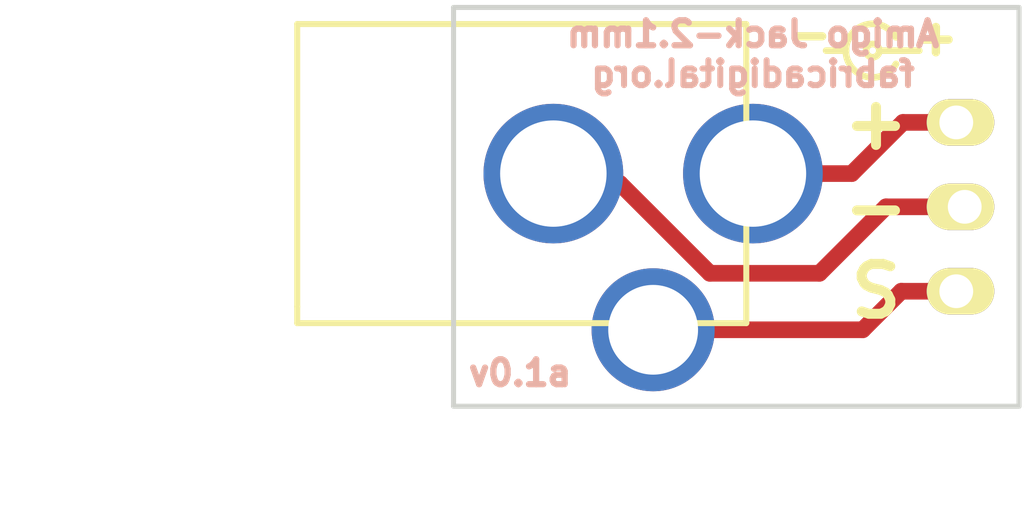
<source format=kicad_pcb>
(kicad_pcb (version 4) (host pcbnew 4.0.6-e0-6349~53~ubuntu16.04.1)

  (general
    (links 3)
    (no_connects 0)
    (area 133.150001 103.51 165.22 122.700001)
    (thickness 1.6)
    (drawings 18)
    (tracks 12)
    (zones 0)
    (modules 2)
    (nets 4)
  )

  (page A4)
  (layers
    (0 F.Cu signal)
    (31 B.Cu signal)
    (32 B.Adhes user)
    (33 F.Adhes user)
    (34 B.Paste user)
    (35 F.Paste user)
    (36 B.SilkS user)
    (37 F.SilkS user)
    (38 B.Mask user)
    (39 F.Mask user)
    (40 Dwgs.User user)
    (41 Cmts.User user)
    (42 Eco1.User user)
    (43 Eco2.User user)
    (44 Edge.Cuts user)
    (45 Margin user)
    (46 B.CrtYd user)
    (47 F.CrtYd user)
    (48 B.Fab user)
    (49 F.Fab user)
  )

  (setup
    (last_trace_width 0.25)
    (user_trace_width 0.25)
    (user_trace_width 0.5)
    (trace_clearance 0.2)
    (zone_clearance 0.508)
    (zone_45_only no)
    (trace_min 0.2)
    (segment_width 0.2)
    (edge_width 0.15)
    (via_size 0.6)
    (via_drill 0.4)
    (via_min_size 0.4)
    (via_min_drill 0.3)
    (uvia_size 0.3)
    (uvia_drill 0.1)
    (uvias_allowed no)
    (uvia_min_size 0.2)
    (uvia_min_drill 0.1)
    (pcb_text_width 0.3)
    (pcb_text_size 1.5 1.5)
    (mod_edge_width 0.15)
    (mod_text_size 1 1)
    (mod_text_width 0.15)
    (pad_size 1.524 1.524)
    (pad_drill 0.762)
    (pad_to_mask_clearance 0.2)
    (aux_axis_origin 147 117)
    (grid_origin 147 117)
    (visible_elements FFFFFF7F)
    (pcbplotparams
      (layerselection 0x010f0_80000001)
      (usegerberextensions true)
      (excludeedgelayer true)
      (linewidth 0.100000)
      (plotframeref false)
      (viasonmask false)
      (mode 1)
      (useauxorigin true)
      (hpglpennumber 1)
      (hpglpenspeed 20)
      (hpglpendiameter 15)
      (hpglpenoverlay 2)
      (psnegative false)
      (psa4output false)
      (plotreference true)
      (plotvalue false)
      (plotinvisibletext false)
      (padsonsilk false)
      (subtractmaskfromsilk false)
      (outputformat 1)
      (mirror false)
      (drillshape 0)
      (scaleselection 1)
      (outputdirectory fab))
  )

  (net 0 "")
  (net 1 /N)
  (net 2 /P)
  (net 3 /S)

  (net_class Default "This is the default net class."
    (clearance 0.2)
    (trace_width 0.25)
    (via_dia 0.6)
    (via_drill 0.4)
    (uvia_dia 0.3)
    (uvia_drill 0.1)
    (add_net /N)
    (add_net /P)
    (add_net /S)
  )

  (module cui:CUI_PJxxx_ROUND (layer F.Cu) (tedit 593E8D7B) (tstamp 593E8BFD)
    (at 142.3 110)
    (path /593E5FCC)
    (fp_text reference J1 (at 16 -4) (layer F.SilkS) hide
      (effects (font (size 1 1) (thickness 0.18)))
    )
    (fp_text value BARREL_JACK (at 7 -5.5) (layer F.Fab) hide
      (effects (font (size 1 1) (thickness 0.18)))
    )
    (fp_line (start 0 -4.5) (end 0 4) (layer F.SilkS) (width 0.18))
    (fp_line (start 0 4) (end 0 4.5) (layer F.SilkS) (width 0.18))
    (fp_line (start 0 -4.5) (end 13.5 -4.5) (layer F.SilkS) (width 0.18))
    (fp_line (start 13.5 -4.5) (end 13.5 4.5) (layer F.SilkS) (width 0.18))
    (fp_line (start 13.5 4.5) (end 0 4.5) (layer F.SilkS) (width 0.18))
    (pad 2 thru_hole circle (at 7.7 0) (size 4.2 4.2) (drill 3.2) (layers *.Cu *.Mask)
      (net 1 /N))
    (pad 1 thru_hole circle (at 13.7 0) (size 4.2 4.2) (drill 3.2) (layers *.Cu *.Mask)
      (net 2 /P))
    (pad 3 thru_hole circle (at 10.7 4.7) (size 3.7 3.7) (drill 2.7) (layers *.Cu *.Mask)
      (net 3 /S))
  )

  (module sneaky-headers:sneaky_header_01x03_str_2.54mm (layer F.Cu) (tedit 5697EE7A) (tstamp 593E8C04)
    (at 162.24 108.46 270)
    (path /593E6076)
    (fp_text reference P1 (at 2.54 1.905 270) (layer F.SilkS) hide
      (effects (font (size 1 1) (thickness 0.15)))
    )
    (fp_text value CONN_01X03 (at 2.54 -1.905 270) (layer F.Fab) hide
      (effects (font (size 1 1) (thickness 0.15)))
    )
    (pad 1 thru_hole oval (at 0 0.127 270) (size 1.397 2.032) (drill 1.016 (offset 0 -0.127)) (layers *.Cu *.Mask F.SilkS)
      (net 2 /P))
    (pad 2 thru_hole oval (at 2.54 -0.127 270) (size 1.397 2.032) (drill 1.016 (offset 0 0.127)) (layers *.Cu *.Mask F.SilkS)
      (net 1 /N))
    (pad 3 thru_hole oval (at 5.08 0.127 270) (size 1.397 2.032) (drill 1.016 (offset 0 -0.127)) (layers *.Cu *.Mask F.SilkS)
      (net 3 /S))
  )

  (gr_text v0.1a (at 149 116) (layer B.SilkS)
    (effects (font (size 0.75 0.75) (thickness 0.1875)))
  )
  (gr_text - (at 157.7 105.8) (layer F.SilkS)
    (effects (font (size 1 1) (thickness 0.25)))
  )
  (gr_text + (at 161.5 105.9) (layer F.SilkS)
    (effects (font (size 1 1) (thickness 0.25)))
  )
  (gr_line (start 158.8 106.3) (end 158.2 106.3) (layer F.SilkS) (width 0.2))
  (gr_line (start 159.8 106.3) (end 161 106.3) (layer F.SilkS) (width 0.2))
  (gr_arc (start 159.6 106.3) (end 160.3 106.7) (angle 300.5) (layer F.SilkS) (width 0.2))
  (gr_circle (center 159.6 106.3) (end 159.8 106.3) (layer F.SilkS) (width 0.2))
  (dimension 12 (width 0.3) (layer Cmts.User)
    (gr_text "12,000 mm" (at 139.65 111 90) (layer Cmts.User)
      (effects (font (size 1.5 1.5) (thickness 0.3)))
    )
    (feature1 (pts (xy 147 105) (xy 138.3 105)))
    (feature2 (pts (xy 147 117) (xy 138.3 117)))
    (crossbar (pts (xy 141 117) (xy 141 105)))
    (arrow1a (pts (xy 141 105) (xy 141.586421 106.126504)))
    (arrow1b (pts (xy 141 105) (xy 140.413579 106.126504)))
    (arrow2a (pts (xy 141 117) (xy 141.586421 115.873496)))
    (arrow2b (pts (xy 141 117) (xy 140.413579 115.873496)))
  )
  (dimension 17 (width 0.3) (layer Cmts.User)
    (gr_text "17,000 mm" (at 155.5 121.35) (layer Cmts.User)
      (effects (font (size 1.5 1.5) (thickness 0.3)))
    )
    (feature1 (pts (xy 164 117) (xy 164 122.7)))
    (feature2 (pts (xy 147 117) (xy 147 122.7)))
    (crossbar (pts (xy 147 120) (xy 164 120)))
    (arrow1a (pts (xy 164 120) (xy 162.873496 120.586421)))
    (arrow1b (pts (xy 164 120) (xy 162.873496 119.413579)))
    (arrow2a (pts (xy 147 120) (xy 148.126504 120.586421)))
    (arrow2b (pts (xy 147 120) (xy 148.126504 119.413579)))
  )
  (gr_text fabricadigital.org (at 156 107) (layer B.SilkS)
    (effects (font (size 0.75 0.75) (thickness 0.18)) (justify mirror))
  )
  (gr_text "Amigo Jack-2.1mm" (at 156 105.8) (layer B.SilkS)
    (effects (font (size 0.75 0.75) (thickness 0.1875)) (justify mirror))
  )
  (gr_line (start 147 117) (end 147 105) (layer Edge.Cuts) (width 0.15))
  (gr_line (start 164 117) (end 147 117) (layer Edge.Cuts) (width 0.15))
  (gr_line (start 164 105) (end 164 117) (layer Edge.Cuts) (width 0.15))
  (gr_line (start 164 105) (end 147 105) (layer Edge.Cuts) (width 0.15))
  (gr_text S (at 159.7 113.54) (layer F.SilkS)
    (effects (font (size 1.5 1.5) (thickness 0.3)))
  )
  (gr_text - (at 159.7 111) (layer F.SilkS)
    (effects (font (size 1.5 1.5) (thickness 0.3)))
  )
  (gr_text + (at 159.7 108.46) (layer F.SilkS)
    (effects (font (size 1.5 1.5) (thickness 0.3)))
  )

  (segment (start 162.367 111) (end 160 111) (width 0.5) (layer F.Cu) (net 1))
  (segment (start 160 111) (end 158 113) (width 0.5) (layer F.Cu) (net 1))
  (segment (start 158 113) (end 154.704002 113) (width 0.5) (layer F.Cu) (net 1))
  (segment (start 154.704002 113) (end 152 110.295998) (width 0.5) (layer F.Cu) (net 1))
  (segment (start 152 110.295998) (end 150.295998 110.295998) (width 0.5) (layer F.Cu) (net 1))
  (segment (start 150.295998 110.295998) (end 150 110) (width 0.5) (layer F.Cu) (net 1))
  (segment (start 156 110) (end 158.969848 110) (width 0.5) (layer F.Cu) (net 2))
  (segment (start 158.969848 110) (end 160.509848 108.46) (width 0.5) (layer F.Cu) (net 2))
  (segment (start 160.509848 108.46) (end 162.113 108.46) (width 0.5) (layer F.Cu) (net 2))
  (segment (start 159.3 114.7) (end 160.46 113.54) (width 0.5) (layer F.Cu) (net 3))
  (segment (start 160.46 113.54) (end 162.113 113.54) (width 0.5) (layer F.Cu) (net 3))
  (segment (start 153 114.7) (end 159.3 114.7) (width 0.5) (layer F.Cu) (net 3))

)

</source>
